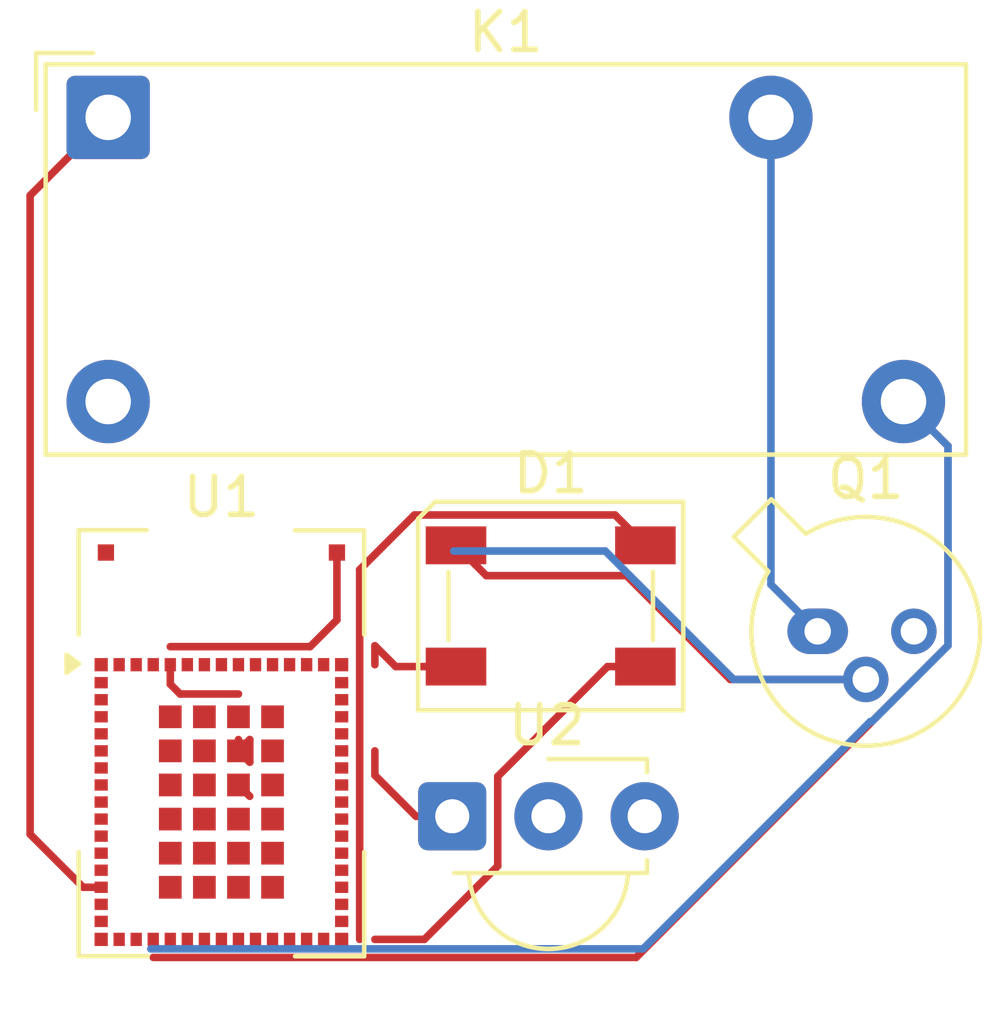
<source format=kicad_pcb>
(kicad_pcb (version 20241229) (generator "pcbnew") (generator_version "9.0")
  (layers (0 "F.Cu" signal) (2 "B.Cu" signal) (13 "F.Paste" user) (15 "B.Paste" user) (5 "F.SilkS" user "F.Silkscreen") (7 "B.SilkS" user "B.Silkscreen") (1 "F.Mask" user) (3 "B.Mask" user) (25 "Edge.Cuts" user))
  (net 0 "")
  (net 1 "Net-(D1-A)")
  (net 2 "Net-(D1-GK)")
  (net 3 "Net-(D1-RK)")
  (net 4 "Net-(D1-BK)")
  (net 5 "Net-(Q1-E)")
  (net 6 "Net-(U1-PB4)")
  (net 7 "GND1")
  (net 8 "Net-(U1-PB8)")
  (net 9 "+5V")
  (net 17 "Net-(U1-PD3)")
  (net 25 "Net-(U1-VSS-Pad31)")
  (net 50 "Net-(U1-PD4)")
  (net 77 "Net-(U1-PD5)")
  (net 78 "unconnected-(U1-PC8-Pad83)")
  (net 81 "unconnected-(U1-VDDUSB-Pad32)")
  (footprint "OptoDevice:Vishay_MINICAST-3Pin" (layer "F.Cu") (at 167.96 93)
    (property "Reference" "U2" (at 2.5 -2.4 180) (layer "F.SilkS"))
    (property "Value" "TSSP58038")
    (fp_line (start 5.14 -1.51) (end 2.54 -1.51) (stroke (width 0.12)) (layer "F.SilkS"))
    (fp_line (start 5.14 -1.16) (end 5.14 -1.51) (stroke (width 0.12)) (layer "F.SilkS"))
    (fp_line (start 5.14 1.16) (end 5.14 1.5) (stroke (width 0.12)) (layer "F.SilkS"))
    (fp_line (start 5.14 1.5) (end 0.05 1.5) (stroke (width 0.12)) (layer "F.SilkS"))
    (fp_arc (start 4.64 1.5) (mid 2.540869 3.502379) (end 0.440083 1.501736) (stroke (width 0.12)) (layer "F.SilkS"))
    (pad "1" thru_hole roundrect (at 0 0) (size 1.8 1.8) (drill 0.9) (layers "*.Cu" "*.Mask") (roundrect_rratio 0.139) (net 50 "Net-(U1-PD4)"))
    (pad "2" thru_hole circle (at 2.54 0) (size 1.8 1.8) (drill 0.9) (layers "*.Cu" "*.Mask") (net 77 "Net-(U1-PD5)"))
    (pad "3" thru_hole circle (at 5.08 0) (size 1.8 1.8) (drill 0.9) (layers "*.Cu" "*.Mask") (net 17 "Net-(U1-PD3)"))
  )
  (footprint "Package_TO_SOT_THT:TO-18-3" (layer "F.Cu") (at 177.609448 88.119448)
    (property "Reference" "Q1" (at 1.27 -4.02 0) (layer "F.SilkS"))
    (property "Value" "BC107")
    (fp_line (start -2.214448 -2.494499) (end -1.302281 -1.582331) (stroke (width 0.12)) (layer "F.SilkS"))
    (fp_line (start -1.224499 -3.484448) (end -2.214448 -2.494499) (stroke (width 0.12)) (layer "F.SilkS"))
    (fp_line (start -0.312331 -2.572281) (end -1.224499 -3.484448) (stroke (width 0.12)) (layer "F.SilkS"))
    (fp_arc (start -0.312331 -2.572281) (mid 3.405462 2.135462) (end -1.302281 -1.582331) (stroke (width 0.12)) (layer "F.SilkS"))
    (pad "1" thru_hole oval (at 0 0) (size 1.6 1.2) (drill 0.7) (layers "*.Cu" "*.Mask") (net 5 "Net-(Q1-E)"))
    (pad "2" thru_hole circle (at 1.27 1.27) (size 1.2 1.2) (drill 0.7) (layers "*.Cu" "*.Mask") (net 1 "Net-(D1-A)"))
    (pad "3" thru_hole circle (at 2.54 0) (size 1.2 1.2) (drill 0.7) (layers "*.Cu" "*.Mask") (net 9 "+5V"))
  )
  (footprint "Relay_THT:Relay_SPST_Panasonic_ADW11" (layer "F.Cu") (at 158.875 74.555)
    (property "Reference" "K1" (at 10.499999 -2.25 0) (layer "F.SilkS"))
    (property "Value" "ADW11")
    (fp_line (start -1.9 -1.7) (end -0.4 -1.7) (stroke (width 0.12)) (layer "F.SilkS"))
    (fp_line (start -1.9 -0.2) (end -1.9 -1.7) (stroke (width 0.12)) (layer "F.SilkS"))
    (fp_line (start -1.65 -1.4) (end -1.65 8.9) (stroke (width 0.12)) (layer "F.SilkS"))
    (fp_line (start -1.65 -1.4) (end 22.65 -1.4) (stroke (width 0.12)) (layer "F.SilkS"))
    (fp_line (start -1.65 8.9) (end 22.65 8.9) (stroke (width 0.12)) (layer "F.SilkS"))
    (fp_line (start 22.65 -1.4) (end 22.65 8.9) (stroke (width 0.12)) (layer "F.SilkS"))
    (pad "13" thru_hole oval (at 17.5 0) (size 2.2 2.2) (drill 1.2) (layers "*.Cu" "*.Mask") (net 5 "Net-(Q1-E)"))
    (pad "14" thru_hole oval (at 21 7.5) (size 2.2 2.2) (drill 1.2) (layers "*.Cu" "*.Mask") (net 6 "Net-(U1-PB4)"))
    (pad "A1" thru_hole roundrect (at 0 0) (size 2.2 2.2) (drill 1.2) (layers "*.Cu" "*.Mask") (roundrect_rratio 0.1) (net 8 "Net-(U1-PB8)"))
    (pad "A2" thru_hole circle (at 0 7.5) (size 2.2 2.2) (drill 1.2) (layers "*.Cu" "*.Mask") (net 7 "GND1"))
  )
  (footprint "LED_SMD:LED_Cree-PLCC4_5x5mm_CW" (layer "F.Cu") (at 170.56 87.45)
    (property "Reference" "D1" (at 0 -3.5 0) (layer "F.SilkS"))
    (property "Value" "LED_ABGR")
    (fp_line (start -3.5 -2.3) (end -3.5 2.75) (stroke (width 0.12)) (layer "F.SilkS"))
    (fp_line (start -3.05 -2.75) (end -3.5 -2.3) (stroke (width 0.12)) (layer "F.SilkS"))
    (fp_line (start -2.7 -0.9) (end -2.7 0.9) (stroke (width 0.12)) (layer "F.SilkS"))
    (fp_line (start 2.7 -0.9) (end 2.7 0.9) (stroke (width 0.12)) (layer "F.SilkS"))
    (fp_line (start 3.5 -2.75) (end -3.05 -2.75) (stroke (width 0.12)) (layer "F.SilkS"))
    (fp_line (start 3.5 2.75) (end -3.5 2.75) (stroke (width 0.12)) (layer "F.SilkS"))
    (fp_line (start 3.5 2.75) (end 3.5 -2.75) (stroke (width 0.12)) (layer "F.SilkS"))
    (pad "1" smd rect (at -2.5 -1.6) (size 1.6 1) (layers "F.Cu" "F.Mask" "F.Paste") (net 1 "Net-(D1-A)"))
    (pad "2" smd rect (at 2.5 -1.6) (size 1.6 1) (layers "F.Cu" "F.Mask" "F.Paste") (net 4 "Net-(D1-BK)"))
    (pad "3" smd rect (at 2.5 1.6) (size 1.6 1) (layers "F.Cu" "F.Mask" "F.Paste") (net 2 "Net-(D1-GK)"))
    (pad "4" smd rect (at -2.5 1.6) (size 1.6 1) (layers "F.Cu" "F.Mask" "F.Paste") (net 3 "Net-(D1-RK)"))
  )
  (footprint "RF_Module:ST-SiP-LGA-86-11x7.3mm" (layer "F.Cu") (at 161.865 91.075)
    (property "Reference" "U1" (at 0 -6.5 0) (layer "F.SilkS"))
    (property "Value" "STM32WB5MMG")
    (fp_line (start -3.77 -5.625) (end -3.77 -2.87) (stroke (width 0.12)) (layer "F.SilkS"))
    (fp_line (start -3.77 5.62) (end -3.77 2.87) (stroke (width 0.12)) (layer "F.SilkS"))
    (fp_line (start -1.97 -5.625) (end -3.77 -5.625) (stroke (width 0.12)) (layer "F.SilkS"))
    (fp_line (start -1.945 5.62) (end -3.77 5.62) (stroke (width 0.12)) (layer "F.SilkS"))
    (fp_line (start 1.945 -5.62) (end 3.77 -5.62) (stroke (width 0.12)) (layer "F.SilkS"))
    (fp_line (start 1.945 5.62) (end 3.77 5.62) (stroke (width 0.12)) (layer "F.SilkS"))
    (fp_line (start 3.77 -5.62) (end 3.77 -2.87) (stroke (width 0.12)) (layer "F.SilkS"))
    (fp_line (start 3.77 5.62) (end 3.77 2.87) (stroke (width 0.12)) (layer "F.SilkS"))
    (fp_poly (pts (xy -3.76 -2.1) (xy -4.09 -1.86) (xy -4.09 -2.34) (xy -3.76 -2.1)) (stroke (width 0.12)) (fill yes) (layer "F.SilkS"))
    (pad "1" smd rect (at -3.175 -2.075) (size 0.35 0.35) (layers "F.Cu" "F.Mask" "F.Paste"))
    (pad "2" smd rect (at -3.175 -1.6) (size 0.35 0.3) (layers "F.Cu" "F.Mask" "F.Paste"))
    (pad "3" smd rect (at -3.175 -1.15) (size 0.35 0.3) (layers "F.Cu" "F.Mask" "F.Paste"))
    (pad "4" smd rect (at -3.175 -0.7) (size 0.35 0.3) (layers "F.Cu" "F.Mask" "F.Paste"))
    (pad "5" smd rect (at -3.175 -0.25) (size 0.35 0.3) (layers "F.Cu" "F.Mask" "F.Paste") (net 25 "Net-(U1-VSS-Pad31)"))
    (pad "6" smd rect (at -3.175 0.2) (size 0.35 0.3) (layers "F.Cu" "F.Mask" "F.Paste"))
    (pad "7" smd rect (at -3.175 0.65) (size 0.35 0.3) (layers "F.Cu" "F.Mask" "F.Paste"))
    (pad "8" smd rect (at -3.175 1.1) (size 0.35 0.3) (layers "F.Cu" "F.Mask" "F.Paste"))
    (pad "9" smd rect (at -3.175 1.55) (size 0.35 0.3) (layers "F.Cu" "F.Mask" "F.Paste"))
    (pad "10" smd rect (at -3.175 2) (size 0.35 0.3) (layers "F.Cu" "F.Mask" "F.Paste"))
    (pad "11" smd rect (at -3.175 2.45) (size 0.35 0.3) (layers "F.Cu" "F.Mask" "F.Paste"))
    (pad "12" smd rect (at -3.175 2.9) (size 0.35 0.3) (layers "F.Cu" "F.Mask" "F.Paste"))
    (pad "13" smd rect (at -3.175 3.35) (size 0.35 0.3) (layers "F.Cu" "F.Mask" "F.Paste"))
    (pad "14" smd rect (at -3.175 3.8) (size 0.35 0.3) (layers "F.Cu" "F.Mask" "F.Paste") (net 8 "Net-(U1-PB8)"))
    (pad "15" smd rect (at -3.175 4.25) (size 0.35 0.3) (layers "F.Cu" "F.Mask" "F.Paste"))
    (pad "16" smd rect (at -3.175 4.7) (size 0.35 0.3) (layers "F.Cu" "F.Mask" "F.Paste"))
    (pad "17" smd rect (at -3.175 5.175) (size 0.35 0.35) (layers "F.Cu" "F.Mask" "F.Paste"))
    (pad "18" smd rect (at -2.7 5.175) (size 0.3 0.35) (layers "F.Cu" "F.Mask" "F.Paste"))
    (pad "19" smd rect (at -2.25 5.175) (size 0.3 0.35) (layers "F.Cu" "F.Mask" "F.Paste"))
    (pad "20" smd rect (at -1.8 5.175) (size 0.3 0.35) (layers "F.Cu" "F.Mask" "F.Paste") (net 6 "Net-(U1-PB4)"))
    (pad "21" smd rect (at -1.35 5.175) (size 0.3 0.35) (layers "F.Cu" "F.Mask" "F.Paste"))
    (pad "22" smd rect (at -0.9 5.175) (size 0.3 0.35) (layers "F.Cu" "F.Mask" "F.Paste"))
    (pad "23" smd rect (at -0.45 5.175) (size 0.3 0.35) (layers "F.Cu" "F.Mask" "F.Paste"))
    (pad "24" smd rect (at 0 5.175) (size 0.3 0.35) (layers "F.Cu" "F.Mask" "F.Paste"))
    (pad "25" smd rect (at 0.45 5.175) (size 0.3 0.35) (layers "F.Cu" "F.Mask" "F.Paste"))
    (pad "26" smd rect (at 0.9 5.175) (size 0.3 0.35) (layers "F.Cu" "F.Mask" "F.Paste"))
    (pad "27" smd rect (at 1.35 5.175) (size 0.3 0.35) (layers "F.Cu" "F.Mask" "F.Paste"))
    (pad "28" smd rect (at 1.8 5.175) (size 0.3 0.35) (layers "F.Cu" "F.Mask" "F.Paste") (net 2 "Net-(D1-GK)"))
    (pad "29" smd rect (at 2.25 5.175) (size 0.3 0.35) (layers "F.Cu" "F.Mask" "F.Paste"))
    (pad "30" smd rect (at 2.7 5.175) (size 0.3 0.35) (layers "F.Cu" "F.Mask" "F.Paste") (net 4 "Net-(D1-BK)"))
    (pad "31" smd rect (at 3.175 5.175) (size 0.35 0.35) (layers "F.Cu" "F.Mask" "F.Paste") (net 25 "Net-(U1-VSS-Pad31)"))
    (pad "32" smd rect (at 3.175 4.7) (size 0.35 0.3) (layers "F.Cu" "F.Mask" "F.Paste") (net 81 "unconnected-(U1-VDDUSB-Pad32)"))
    (pad "33" smd rect (at 3.175 4.25) (size 0.35 0.3) (layers "F.Cu" "F.Mask" "F.Paste"))
    (pad "34" smd rect (at 3.175 3.8) (size 0.35 0.3) (layers "F.Cu" "F.Mask" "F.Paste"))
    (pad "35" smd rect (at 3.175 3.35) (size 0.35 0.3) (layers "F.Cu" "F.Mask" "F.Paste"))
    (pad "36" smd rect (at 3.175 2.9) (size 0.35 0.3) (layers "F.Cu" "F.Mask" "F.Paste"))
    (pad "37" smd rect (at 3.175 2.45) (size 0.35 0.3) (layers "F.Cu" "F.Mask" "F.Paste"))
    (pad "38" smd rect (at 3.175 2) (size 0.35 0.3) (layers "F.Cu" "F.Mask" "F.Paste"))
    (pad "39" smd rect (at 3.175 1.55) (size 0.35 0.3) (layers "F.Cu" "F.Mask" "F.Paste"))
    (pad "40" smd rect (at 3.175 1.1) (size 0.35 0.3) (layers "F.Cu" "F.Mask" "F.Paste"))
    (pad "41" smd rect (at 3.175 0.65) (size 0.35 0.3) (layers "F.Cu" "F.Mask" "F.Paste"))
    (pad "42" smd rect (at 3.175 0.2) (size 0.35 0.3) (layers "F.Cu" "F.Mask" "F.Paste"))
    (pad "43" smd rect (at 3.175 -0.25) (size 0.35 0.3) (layers "F.Cu" "F.Mask" "F.Paste"))
    (pad "44" smd rect (at 3.175 -0.7) (size 0.35 0.3) (layers "F.Cu" "F.Mask" "F.Paste"))
    (pad "45" smd rect (at 3.175 -1.15) (size 0.35 0.3) (layers "F.Cu" "F.Mask" "F.Paste"))
    (pad "46" smd rect (at 3.175 -1.6) (size 0.35 0.3) (layers "F.Cu" "F.Mask" "F.Paste"))
    (pad "47" smd rect (at 3.175 -2.075) (size 0.35 0.35) (layers "F.Cu" "F.Mask" "F.Paste"))
    (pad "48" smd rect (at 2.7 -2.075) (size 0.3 0.35) (layers "F.Cu" "F.Mask" "F.Paste"))
    (pad "49" smd rect (at 2.25 -2.075) (size 0.3 0.35) (layers "F.Cu" "F.Mask" "F.Paste"))
    (pad "50" smd rect (at 1.8 -2.075) (size 0.3 0.35) (layers "F.Cu" "F.Mask" "F.Paste"))
    (pad "51" smd rect (at 1.35 -2.075) (size 0.3 0.35) (layers "F.Cu" "F.Mask" "F.Paste") (net 3 "Net-(D1-RK)"))
    (pad "52" smd rect (at 0.9 -2.075) (size 0.3 0.35) (layers "F.Cu" "F.Mask" "F.Paste"))
    (pad "53" smd rect (at 0.45 -2.075) (size 0.3 0.35) (layers "F.Cu" "F.Mask" "F.Paste"))
    (pad "54" smd rect (at 0 -2.075) (size 0.3 0.35) (layers "F.Cu" "F.Mask" "F.Paste"))
    (pad "55" smd rect (at -0.45 -2.075) (size 0.3 0.35) (layers "F.Cu" "F.Mask" "F.Paste"))
    (pad "56" smd rect (at -0.9 -2.075) (size 0.3 0.35) (layers "F.Cu" "F.Mask" "F.Paste"))
    (pad "57" smd rect (at -1.35 -2.075) (size 0.3 0.35) (layers "F.Cu" "F.Mask" "F.Paste") (net 25 "Net-(U1-VSS-Pad31)"))
    (pad "58" smd rect (at -1.8 -2.075) (size 0.3 0.35) (layers "F.Cu" "F.Mask" "F.Paste"))
    (pad "59" smd rect (at -2.25 -2.075) (size 0.3 0.35) (layers "F.Cu" "F.Mask" "F.Paste"))
    (pad "60" smd rect (at -2.7 -2.075) (size 0.3 0.35) (layers "F.Cu" "F.Mask" "F.Paste") (net 25 "Net-(U1-VSS-Pad31)"))
    (pad "61" smd rect (at -1.35 -0.7) (size 0.6 0.6) (layers "F.Cu" "F.Mask" "F.Paste"))
    (pad "62" smd rect (at -1.35 0.2) (size 0.6 0.6) (layers "F.Cu" "F.Mask" "F.Paste"))
    (pad "63" smd rect (at -1.35 1.1) (size 0.6 0.6) (layers "F.Cu" "F.Mask" "F.Paste"))
    (pad "64" smd rect (at -1.35 2) (size 0.6 0.6) (layers "F.Cu" "F.Mask" "F.Paste"))
    (pad "65" smd rect (at -1.35 2.9) (size 0.6 0.6) (layers "F.Cu" "F.Mask" "F.Paste"))
    (pad "66" smd rect (at -1.35 3.8) (size 0.6 0.6) (layers "F.Cu" "F.Mask" "F.Paste"))
    (pad "67" smd rect (at -0.45 3.8) (size 0.6 0.6) (layers "F.Cu" "F.Mask" "F.Paste"))
    (pad "68" smd rect (at 0.45 3.8) (size 0.6 0.6) (layers "F.Cu" "F.Mask" "F.Paste"))
    (pad "69" smd rect (at 1.35 3.8) (size 0.6 0.6) (layers "F.Cu" "F.Mask" "F.Paste"))
    (pad "70" smd rect (at 1.35 2.9) (size 0.6 0.6) (layers "F.Cu" "F.Mask" "F.Paste") (net 17 "Net-(U1-PD3)"))
    (pad "71" smd rect (at 1.35 2) (size 0.6 0.6) (layers "F.Cu" "F.Mask" "F.Paste"))
    (pad "72" smd rect (at 1.35 1.1) (size 0.6 0.6) (layers "F.Cu" "F.Mask" "F.Paste"))
    (pad "73" smd rect (at 1.35 0.2) (size 0.6 0.6) (layers "F.Cu" "F.Mask" "F.Paste") (net 50 "Net-(U1-PD4)"))
    (pad "74" smd rect (at 1.35 -0.7) (size 0.6 0.6) (layers "F.Cu" "F.Mask" "F.Paste"))
    (pad "75" smd rect (at 0.45 -0.7) (size 0.6 0.6) (layers "F.Cu" "F.Mask" "F.Paste"))
    (pad "76" smd rect (at -0.45 -0.7) (size 0.6 0.6) (layers "F.Cu" "F.Mask" "F.Paste"))
    (pad "77" smd rect (at -0.45 0.2) (size 0.6 0.6) (layers "F.Cu" "F.Mask" "F.Paste"))
    (pad "78" smd rect (at -0.45 1.1) (size 0.6 0.6) (layers "F.Cu" "F.Mask" "F.Paste"))
    (pad "79" smd rect (at -0.45 2) (size 0.6 0.6) (layers "F.Cu" "F.Mask" "F.Paste"))
    (pad "80" smd rect (at -0.45 2.9) (size 0.6 0.6) (layers "F.Cu" "F.Mask" "F.Paste") (net 77 "Net-(U1-PD5)"))
    (pad "81" smd rect (at 0.45 2.9) (size 0.6 0.6) (layers "F.Cu" "F.Mask" "F.Paste"))
    (pad "82" smd rect (at 0.45 2) (size 0.6 0.6) (layers "F.Cu" "F.Mask" "F.Paste"))
    (pad "83" smd rect (at 0.45 1.1) (size 0.6 0.6) (layers "F.Cu" "F.Mask" "F.Paste") (net 78 "unconnected-(U1-PC8-Pad83)"))
    (pad "84" smd rect (at 0.45 0.2) (size 0.6 0.6) (layers "F.Cu" "F.Mask" "F.Paste") (net 25 "Net-(U1-VSS-Pad31)"))
    (pad "85" smd rect (at -3.05 -5.035) (size 0.43 0.43) (layers "F.Cu" "F.Mask" "F.Paste"))
    (pad "86" smd rect (at 3.05 -5.035) (size 0.43 0.43) (layers "F.Cu" "F.Mask" "F.Paste") (net 25 "Net-(U1-VSS-Pad31)"))
  )
  (segment (start 178.879448 89.389448) (end 175.301448 89.389448) (width 0.2) (layer "F.Cu") (net 1))
  (segment (start 172.563 86.651) (end 168.861 86.651) (width 0.2) (layer "F.Cu") (net 1))
  (segment (start 168.861 86.651) (end 168.06 85.85) (width 0.2) (layer "F.Cu") (net 1))
  (segment (start 175.301448 89.389448) (end 172.563 86.651) (width 0.2) (layer "F.Cu") (net 1))
  (segment (start 175.389448 89.389448) (end 172.5 86.5) (width 0.2) (layer "B.Cu") (net 1))
  (segment (start 178.879448 89.389448) (end 175.389448 89.389448) (width 0.2) (layer "B.Cu") (net 1))
  (segment (start 172 86) (end 168 86) (width 0.2) (layer "B.Cu") (net 1))
  (segment (start 172.5 86.5) (end 172 86) (width 0.2) (layer "B.Cu") (net 1))
  (segment (start 173.06 89.05) (end 172.06 89.05) (width 0.2) (layer "F.Cu") (net 2))
  (segment (start 169.161 91.949) (end 169.161 94.314) (width 0.2) (layer "F.Cu") (net 2))
  (segment (start 169.161 94.314) (end 167.225 96.25) (width 0.2) (layer "F.Cu") (net 2))
  (segment (start 167.225 96.25) (end 165.917 96.25) (width 0.2) (layer "F.Cu") (net 2))
  (segment (start 172.06 89.05) (end 169.161 91.949) (width 0.2) (layer "F.Cu") (net 2))
  (segment (start 165.917 88.5) (end 165.917 89) (width 0.2) (layer "F.Cu") (net 3))
  (segment (start 166.467 89.05) (end 165.917 88.5) (width 0.2) (layer "F.Cu") (net 3))
  (segment (start 168.06 89.05) (end 166.467 89.05) (width 0.2) (layer "F.Cu") (net 3))
  (segment (start 165.516 86.492) (end 165.516 96.25) (width 0.2) (layer "F.Cu") (net 4))
  (segment (start 172.259 85.049) (end 166.959 85.049) (width 0.2) (layer "F.Cu") (net 4))
  (segment (start 166.959 85.049) (end 165.516 86.492) (width 0.2) (layer "F.Cu") (net 4))
  (segment (start 173.06 85.85) (end 172.259 85.049) (width 0.2) (layer "F.Cu") (net 4))
  (segment (start 176.375 74.555) (end 176.375 86.885) (width 0.2) (layer "B.Cu") (net 5))
  (segment (start 176.375 86.885) (end 177.609448 88.119448) (width 0.2) (layer "B.Cu") (net 5))
  (segment (start 181.050448 88.492655) (end 172.817103 96.726) (width 0.2) (layer "F.Cu") (net 6))
  (segment (start 179.875 82.055) (end 181.050448 83.230448) (width 0.2) (layer "F.Cu") (net 6))
  (segment (start 172.817103 96.726) (end 160.065 96.726) (width 0.2) (layer "F.Cu") (net 6))
  (segment (start 181.050448 83.230448) (end 181.050448 88.492655) (width 0.2) (layer "F.Cu") (net 6))
  (segment (start 160 96.5) (end 173 96.5) (width 0.2) (layer "B.Cu") (net 6))
  (segment (start 173 96.5) (end 179 90.5) (width 0.2) (layer "B.Cu") (net 6))
  (segment (start 181.050448 88.492655) (end 181.050448 83.230448) (width 0.2) (layer "B.Cu") (net 6))
  (segment (start 179 90.5) (end 179.043103 90.5) (width 0.2) (layer "B.Cu") (net 6))
  (segment (start 179.043103 90.5) (end 181.050448 88.492655) (width 0.2) (layer "B.Cu") (net 6))
  (segment (start 181.050448 83.230448) (end 179.875 82.055) (width 0.2) (layer "B.Cu") (net 6))
  (segment (start 158.214 94.875) (end 156.814 93.475) (width 0.2) (layer "F.Cu") (net 8))
  (segment (start 156.814 76.616) (end 158.875 74.555) (width 0.2) (layer "F.Cu") (net 8))
  (segment (start 158.69 94.875) (end 158.214 94.875) (width 0.2) (layer "F.Cu") (net 8))
  (segment (start 156.814 93.475) (end 156.814 76.616) (width 0.2) (layer "F.Cu") (net 8))
  (segment (start 173.04 93) (end 173.04 92.54) (width 0.2) (layer "F.Cu") (net 17))
  (segment (start 173.04 92.54) (end 173 92.5) (width 0.2) (layer "F.Cu") (net 17))
  (segment (start 160.515 89) (end 160.515 89.515) (width 0.2) (layer "F.Cu") (net 25))
  (segment (start 165.016 96.226) (end 165.04 96.25) (width 0.2) (layer "F.Cu") (net 25))
  (segment (start 162.315 91.275) (end 162.614 90.976) (width 0.2) (layer "F.Cu") (net 25))
  (segment (start 162.315 91.275) (end 162.315 90.976) (width 0.2) (layer "F.Cu") (net 25))
  (segment (start 164.915 86.04) (end 164.915 87.817836) (width 0.2) (layer "F.Cu") (net 25))
  (segment (start 164.915 87.817836) (end 164.208836 88.524) (width 0.2) (layer "F.Cu") (net 25))
  (segment (start 160.515 89.515) (end 160.774 89.774) (width 0.2) (layer "F.Cu") (net 25))
  (segment (start 164.208836 88.524) (end 160.515 88.524) (width 0.2) (layer "F.Cu") (net 25))
  (segment (start 162.614 90.976) (end 162.614 91.574) (width 0.2) (layer "F.Cu") (net 25))
  (segment (start 160.774 89.774) (end 162.315 89.774) (width 0.2) (layer "F.Cu") (net 25))
  (segment (start 162.315 91.275) (end 162.614 91.574) (width 0.2) (layer "F.Cu") (net 25))
  (segment (start 165.917 91.917) (end 165.917 91.275) (width 0.2) (layer "F.Cu") (net 50))
  (segment (start 167.96 93) (end 167 93) (width 0.2) (layer "F.Cu") (net 50))
  (segment (start 167 93) (end 165.917 91.917) (width 0.2) (layer "F.Cu") (net 50))
  (segment (start 170.5 93) (end 170 93) (width 0.2) (layer "F.Cu") (net 77))
  (segment (start 170.421527 93.078473) (end 170.421527 93.421527) (width 0.2) (layer "F.Cu") (net 77))
  (segment (start 170.421527 93.421527) (end 170.5 93.5) (width 0.2) (layer "F.Cu") (net 77))
  (segment (start 170.5 93) (end 170.421527 93.078473) (width 0.2) (layer "F.Cu") (net 77))
  (segment (start 162.614 92.474) (end 162.315 92.175) (width 0.2) (layer "F.Cu") (net 78))
  (segment (start 165.04 95.775) (end 165.115 95.775) (width 0.2) (layer "F.Cu") (net 81))
)
</source>
